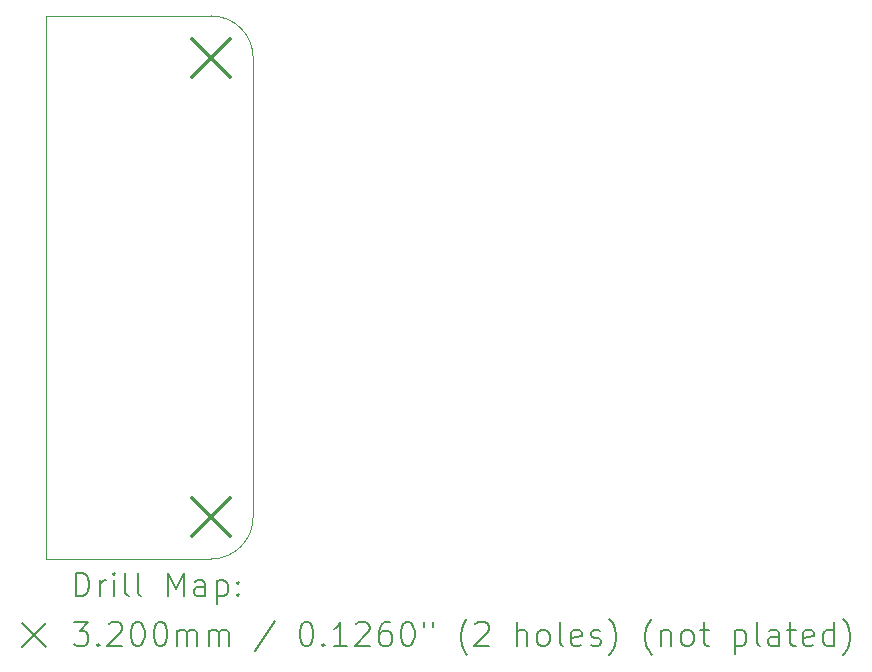
<source format=gbr>
%FSLAX45Y45*%
G04 Gerber Fmt 4.5, Leading zero omitted, Abs format (unit mm)*
G04 Created by KiCad (PCBNEW (6.0.0)) date 2022-03-13 19:19:59*
%MOMM*%
%LPD*%
G01*
G04 APERTURE LIST*
%TA.AperFunction,Profile*%
%ADD10C,0.100000*%
%TD*%
%ADD11C,0.200000*%
%ADD12C,0.320000*%
G04 APERTURE END LIST*
D10*
X11658600Y-10845800D02*
X11658600Y-6959600D01*
X11658600Y-6959600D02*
G75*
G03*
X11303000Y-6604000I-355600J0D01*
G01*
X9906000Y-6604000D02*
X9906000Y-11125200D01*
X10033000Y-11201400D02*
X9906000Y-11201400D01*
X11303000Y-11201400D02*
X10033000Y-11201400D01*
X11303000Y-11201400D02*
G75*
G03*
X11658600Y-10845800I0J355600D01*
G01*
X11303000Y-6604000D02*
X10033000Y-6604000D01*
X9906000Y-11201400D02*
X9906000Y-11125200D01*
X10033000Y-6604000D02*
X9906000Y-6604000D01*
D11*
D12*
X11143000Y-6799600D02*
X11463000Y-7119600D01*
X11463000Y-6799600D02*
X11143000Y-7119600D01*
X11143000Y-10685800D02*
X11463000Y-11005800D01*
X11463000Y-10685800D02*
X11143000Y-11005800D01*
D11*
X10158619Y-11516876D02*
X10158619Y-11316876D01*
X10206238Y-11316876D01*
X10234810Y-11326400D01*
X10253857Y-11345448D01*
X10263381Y-11364495D01*
X10272905Y-11402590D01*
X10272905Y-11431162D01*
X10263381Y-11469257D01*
X10253857Y-11488305D01*
X10234810Y-11507352D01*
X10206238Y-11516876D01*
X10158619Y-11516876D01*
X10358619Y-11516876D02*
X10358619Y-11383543D01*
X10358619Y-11421638D02*
X10368143Y-11402590D01*
X10377667Y-11393067D01*
X10396714Y-11383543D01*
X10415762Y-11383543D01*
X10482429Y-11516876D02*
X10482429Y-11383543D01*
X10482429Y-11316876D02*
X10472905Y-11326400D01*
X10482429Y-11335924D01*
X10491952Y-11326400D01*
X10482429Y-11316876D01*
X10482429Y-11335924D01*
X10606238Y-11516876D02*
X10587190Y-11507352D01*
X10577667Y-11488305D01*
X10577667Y-11316876D01*
X10711000Y-11516876D02*
X10691952Y-11507352D01*
X10682429Y-11488305D01*
X10682429Y-11316876D01*
X10939571Y-11516876D02*
X10939571Y-11316876D01*
X11006238Y-11459733D01*
X11072905Y-11316876D01*
X11072905Y-11516876D01*
X11253857Y-11516876D02*
X11253857Y-11412114D01*
X11244333Y-11393067D01*
X11225286Y-11383543D01*
X11187190Y-11383543D01*
X11168143Y-11393067D01*
X11253857Y-11507352D02*
X11234809Y-11516876D01*
X11187190Y-11516876D01*
X11168143Y-11507352D01*
X11158619Y-11488305D01*
X11158619Y-11469257D01*
X11168143Y-11450209D01*
X11187190Y-11440686D01*
X11234809Y-11440686D01*
X11253857Y-11431162D01*
X11349095Y-11383543D02*
X11349095Y-11583543D01*
X11349095Y-11393067D02*
X11368143Y-11383543D01*
X11406238Y-11383543D01*
X11425286Y-11393067D01*
X11434809Y-11402590D01*
X11444333Y-11421638D01*
X11444333Y-11478781D01*
X11434809Y-11497828D01*
X11425286Y-11507352D01*
X11406238Y-11516876D01*
X11368143Y-11516876D01*
X11349095Y-11507352D01*
X11530048Y-11497828D02*
X11539571Y-11507352D01*
X11530048Y-11516876D01*
X11520524Y-11507352D01*
X11530048Y-11497828D01*
X11530048Y-11516876D01*
X11530048Y-11393067D02*
X11539571Y-11402590D01*
X11530048Y-11412114D01*
X11520524Y-11402590D01*
X11530048Y-11393067D01*
X11530048Y-11412114D01*
X9701000Y-11746400D02*
X9901000Y-11946400D01*
X9901000Y-11746400D02*
X9701000Y-11946400D01*
X10139571Y-11736876D02*
X10263381Y-11736876D01*
X10196714Y-11813067D01*
X10225286Y-11813067D01*
X10244333Y-11822590D01*
X10253857Y-11832114D01*
X10263381Y-11851162D01*
X10263381Y-11898781D01*
X10253857Y-11917828D01*
X10244333Y-11927352D01*
X10225286Y-11936876D01*
X10168143Y-11936876D01*
X10149095Y-11927352D01*
X10139571Y-11917828D01*
X10349095Y-11917828D02*
X10358619Y-11927352D01*
X10349095Y-11936876D01*
X10339571Y-11927352D01*
X10349095Y-11917828D01*
X10349095Y-11936876D01*
X10434810Y-11755924D02*
X10444333Y-11746400D01*
X10463381Y-11736876D01*
X10511000Y-11736876D01*
X10530048Y-11746400D01*
X10539571Y-11755924D01*
X10549095Y-11774971D01*
X10549095Y-11794019D01*
X10539571Y-11822590D01*
X10425286Y-11936876D01*
X10549095Y-11936876D01*
X10672905Y-11736876D02*
X10691952Y-11736876D01*
X10711000Y-11746400D01*
X10720524Y-11755924D01*
X10730048Y-11774971D01*
X10739571Y-11813067D01*
X10739571Y-11860686D01*
X10730048Y-11898781D01*
X10720524Y-11917828D01*
X10711000Y-11927352D01*
X10691952Y-11936876D01*
X10672905Y-11936876D01*
X10653857Y-11927352D01*
X10644333Y-11917828D01*
X10634810Y-11898781D01*
X10625286Y-11860686D01*
X10625286Y-11813067D01*
X10634810Y-11774971D01*
X10644333Y-11755924D01*
X10653857Y-11746400D01*
X10672905Y-11736876D01*
X10863381Y-11736876D02*
X10882429Y-11736876D01*
X10901476Y-11746400D01*
X10911000Y-11755924D01*
X10920524Y-11774971D01*
X10930048Y-11813067D01*
X10930048Y-11860686D01*
X10920524Y-11898781D01*
X10911000Y-11917828D01*
X10901476Y-11927352D01*
X10882429Y-11936876D01*
X10863381Y-11936876D01*
X10844333Y-11927352D01*
X10834810Y-11917828D01*
X10825286Y-11898781D01*
X10815762Y-11860686D01*
X10815762Y-11813067D01*
X10825286Y-11774971D01*
X10834810Y-11755924D01*
X10844333Y-11746400D01*
X10863381Y-11736876D01*
X11015762Y-11936876D02*
X11015762Y-11803543D01*
X11015762Y-11822590D02*
X11025286Y-11813067D01*
X11044333Y-11803543D01*
X11072905Y-11803543D01*
X11091952Y-11813067D01*
X11101476Y-11832114D01*
X11101476Y-11936876D01*
X11101476Y-11832114D02*
X11111000Y-11813067D01*
X11130048Y-11803543D01*
X11158619Y-11803543D01*
X11177667Y-11813067D01*
X11187190Y-11832114D01*
X11187190Y-11936876D01*
X11282428Y-11936876D02*
X11282428Y-11803543D01*
X11282428Y-11822590D02*
X11291952Y-11813067D01*
X11311000Y-11803543D01*
X11339571Y-11803543D01*
X11358619Y-11813067D01*
X11368143Y-11832114D01*
X11368143Y-11936876D01*
X11368143Y-11832114D02*
X11377667Y-11813067D01*
X11396714Y-11803543D01*
X11425286Y-11803543D01*
X11444333Y-11813067D01*
X11453857Y-11832114D01*
X11453857Y-11936876D01*
X11844333Y-11727352D02*
X11672905Y-11984495D01*
X12101476Y-11736876D02*
X12120524Y-11736876D01*
X12139571Y-11746400D01*
X12149095Y-11755924D01*
X12158619Y-11774971D01*
X12168143Y-11813067D01*
X12168143Y-11860686D01*
X12158619Y-11898781D01*
X12149095Y-11917828D01*
X12139571Y-11927352D01*
X12120524Y-11936876D01*
X12101476Y-11936876D01*
X12082428Y-11927352D01*
X12072905Y-11917828D01*
X12063381Y-11898781D01*
X12053857Y-11860686D01*
X12053857Y-11813067D01*
X12063381Y-11774971D01*
X12072905Y-11755924D01*
X12082428Y-11746400D01*
X12101476Y-11736876D01*
X12253857Y-11917828D02*
X12263381Y-11927352D01*
X12253857Y-11936876D01*
X12244333Y-11927352D01*
X12253857Y-11917828D01*
X12253857Y-11936876D01*
X12453857Y-11936876D02*
X12339571Y-11936876D01*
X12396714Y-11936876D02*
X12396714Y-11736876D01*
X12377667Y-11765448D01*
X12358619Y-11784495D01*
X12339571Y-11794019D01*
X12530048Y-11755924D02*
X12539571Y-11746400D01*
X12558619Y-11736876D01*
X12606238Y-11736876D01*
X12625286Y-11746400D01*
X12634809Y-11755924D01*
X12644333Y-11774971D01*
X12644333Y-11794019D01*
X12634809Y-11822590D01*
X12520524Y-11936876D01*
X12644333Y-11936876D01*
X12815762Y-11736876D02*
X12777667Y-11736876D01*
X12758619Y-11746400D01*
X12749095Y-11755924D01*
X12730048Y-11784495D01*
X12720524Y-11822590D01*
X12720524Y-11898781D01*
X12730048Y-11917828D01*
X12739571Y-11927352D01*
X12758619Y-11936876D01*
X12796714Y-11936876D01*
X12815762Y-11927352D01*
X12825286Y-11917828D01*
X12834809Y-11898781D01*
X12834809Y-11851162D01*
X12825286Y-11832114D01*
X12815762Y-11822590D01*
X12796714Y-11813067D01*
X12758619Y-11813067D01*
X12739571Y-11822590D01*
X12730048Y-11832114D01*
X12720524Y-11851162D01*
X12958619Y-11736876D02*
X12977667Y-11736876D01*
X12996714Y-11746400D01*
X13006238Y-11755924D01*
X13015762Y-11774971D01*
X13025286Y-11813067D01*
X13025286Y-11860686D01*
X13015762Y-11898781D01*
X13006238Y-11917828D01*
X12996714Y-11927352D01*
X12977667Y-11936876D01*
X12958619Y-11936876D01*
X12939571Y-11927352D01*
X12930048Y-11917828D01*
X12920524Y-11898781D01*
X12911000Y-11860686D01*
X12911000Y-11813067D01*
X12920524Y-11774971D01*
X12930048Y-11755924D01*
X12939571Y-11746400D01*
X12958619Y-11736876D01*
X13101476Y-11736876D02*
X13101476Y-11774971D01*
X13177667Y-11736876D02*
X13177667Y-11774971D01*
X13472905Y-12013067D02*
X13463381Y-12003543D01*
X13444333Y-11974971D01*
X13434809Y-11955924D01*
X13425286Y-11927352D01*
X13415762Y-11879733D01*
X13415762Y-11841638D01*
X13425286Y-11794019D01*
X13434809Y-11765448D01*
X13444333Y-11746400D01*
X13463381Y-11717828D01*
X13472905Y-11708305D01*
X13539571Y-11755924D02*
X13549095Y-11746400D01*
X13568143Y-11736876D01*
X13615762Y-11736876D01*
X13634809Y-11746400D01*
X13644333Y-11755924D01*
X13653857Y-11774971D01*
X13653857Y-11794019D01*
X13644333Y-11822590D01*
X13530048Y-11936876D01*
X13653857Y-11936876D01*
X13891952Y-11936876D02*
X13891952Y-11736876D01*
X13977667Y-11936876D02*
X13977667Y-11832114D01*
X13968143Y-11813067D01*
X13949095Y-11803543D01*
X13920524Y-11803543D01*
X13901476Y-11813067D01*
X13891952Y-11822590D01*
X14101476Y-11936876D02*
X14082428Y-11927352D01*
X14072905Y-11917828D01*
X14063381Y-11898781D01*
X14063381Y-11841638D01*
X14072905Y-11822590D01*
X14082428Y-11813067D01*
X14101476Y-11803543D01*
X14130048Y-11803543D01*
X14149095Y-11813067D01*
X14158619Y-11822590D01*
X14168143Y-11841638D01*
X14168143Y-11898781D01*
X14158619Y-11917828D01*
X14149095Y-11927352D01*
X14130048Y-11936876D01*
X14101476Y-11936876D01*
X14282428Y-11936876D02*
X14263381Y-11927352D01*
X14253857Y-11908305D01*
X14253857Y-11736876D01*
X14434809Y-11927352D02*
X14415762Y-11936876D01*
X14377667Y-11936876D01*
X14358619Y-11927352D01*
X14349095Y-11908305D01*
X14349095Y-11832114D01*
X14358619Y-11813067D01*
X14377667Y-11803543D01*
X14415762Y-11803543D01*
X14434809Y-11813067D01*
X14444333Y-11832114D01*
X14444333Y-11851162D01*
X14349095Y-11870209D01*
X14520524Y-11927352D02*
X14539571Y-11936876D01*
X14577667Y-11936876D01*
X14596714Y-11927352D01*
X14606238Y-11908305D01*
X14606238Y-11898781D01*
X14596714Y-11879733D01*
X14577667Y-11870209D01*
X14549095Y-11870209D01*
X14530048Y-11860686D01*
X14520524Y-11841638D01*
X14520524Y-11832114D01*
X14530048Y-11813067D01*
X14549095Y-11803543D01*
X14577667Y-11803543D01*
X14596714Y-11813067D01*
X14672905Y-12013067D02*
X14682428Y-12003543D01*
X14701476Y-11974971D01*
X14711000Y-11955924D01*
X14720524Y-11927352D01*
X14730048Y-11879733D01*
X14730048Y-11841638D01*
X14720524Y-11794019D01*
X14711000Y-11765448D01*
X14701476Y-11746400D01*
X14682428Y-11717828D01*
X14672905Y-11708305D01*
X15034809Y-12013067D02*
X15025286Y-12003543D01*
X15006238Y-11974971D01*
X14996714Y-11955924D01*
X14987190Y-11927352D01*
X14977667Y-11879733D01*
X14977667Y-11841638D01*
X14987190Y-11794019D01*
X14996714Y-11765448D01*
X15006238Y-11746400D01*
X15025286Y-11717828D01*
X15034809Y-11708305D01*
X15111000Y-11803543D02*
X15111000Y-11936876D01*
X15111000Y-11822590D02*
X15120524Y-11813067D01*
X15139571Y-11803543D01*
X15168143Y-11803543D01*
X15187190Y-11813067D01*
X15196714Y-11832114D01*
X15196714Y-11936876D01*
X15320524Y-11936876D02*
X15301476Y-11927352D01*
X15291952Y-11917828D01*
X15282428Y-11898781D01*
X15282428Y-11841638D01*
X15291952Y-11822590D01*
X15301476Y-11813067D01*
X15320524Y-11803543D01*
X15349095Y-11803543D01*
X15368143Y-11813067D01*
X15377667Y-11822590D01*
X15387190Y-11841638D01*
X15387190Y-11898781D01*
X15377667Y-11917828D01*
X15368143Y-11927352D01*
X15349095Y-11936876D01*
X15320524Y-11936876D01*
X15444333Y-11803543D02*
X15520524Y-11803543D01*
X15472905Y-11736876D02*
X15472905Y-11908305D01*
X15482428Y-11927352D01*
X15501476Y-11936876D01*
X15520524Y-11936876D01*
X15739571Y-11803543D02*
X15739571Y-12003543D01*
X15739571Y-11813067D02*
X15758619Y-11803543D01*
X15796714Y-11803543D01*
X15815762Y-11813067D01*
X15825286Y-11822590D01*
X15834809Y-11841638D01*
X15834809Y-11898781D01*
X15825286Y-11917828D01*
X15815762Y-11927352D01*
X15796714Y-11936876D01*
X15758619Y-11936876D01*
X15739571Y-11927352D01*
X15949095Y-11936876D02*
X15930048Y-11927352D01*
X15920524Y-11908305D01*
X15920524Y-11736876D01*
X16111000Y-11936876D02*
X16111000Y-11832114D01*
X16101476Y-11813067D01*
X16082428Y-11803543D01*
X16044333Y-11803543D01*
X16025286Y-11813067D01*
X16111000Y-11927352D02*
X16091952Y-11936876D01*
X16044333Y-11936876D01*
X16025286Y-11927352D01*
X16015762Y-11908305D01*
X16015762Y-11889257D01*
X16025286Y-11870209D01*
X16044333Y-11860686D01*
X16091952Y-11860686D01*
X16111000Y-11851162D01*
X16177667Y-11803543D02*
X16253857Y-11803543D01*
X16206238Y-11736876D02*
X16206238Y-11908305D01*
X16215762Y-11927352D01*
X16234809Y-11936876D01*
X16253857Y-11936876D01*
X16396714Y-11927352D02*
X16377667Y-11936876D01*
X16339571Y-11936876D01*
X16320524Y-11927352D01*
X16311000Y-11908305D01*
X16311000Y-11832114D01*
X16320524Y-11813067D01*
X16339571Y-11803543D01*
X16377667Y-11803543D01*
X16396714Y-11813067D01*
X16406238Y-11832114D01*
X16406238Y-11851162D01*
X16311000Y-11870209D01*
X16577667Y-11936876D02*
X16577667Y-11736876D01*
X16577667Y-11927352D02*
X16558619Y-11936876D01*
X16520524Y-11936876D01*
X16501476Y-11927352D01*
X16491952Y-11917828D01*
X16482428Y-11898781D01*
X16482428Y-11841638D01*
X16491952Y-11822590D01*
X16501476Y-11813067D01*
X16520524Y-11803543D01*
X16558619Y-11803543D01*
X16577667Y-11813067D01*
X16653857Y-12013067D02*
X16663381Y-12003543D01*
X16682428Y-11974971D01*
X16691952Y-11955924D01*
X16701476Y-11927352D01*
X16711000Y-11879733D01*
X16711000Y-11841638D01*
X16701476Y-11794019D01*
X16691952Y-11765448D01*
X16682428Y-11746400D01*
X16663381Y-11717828D01*
X16653857Y-11708305D01*
M02*

</source>
